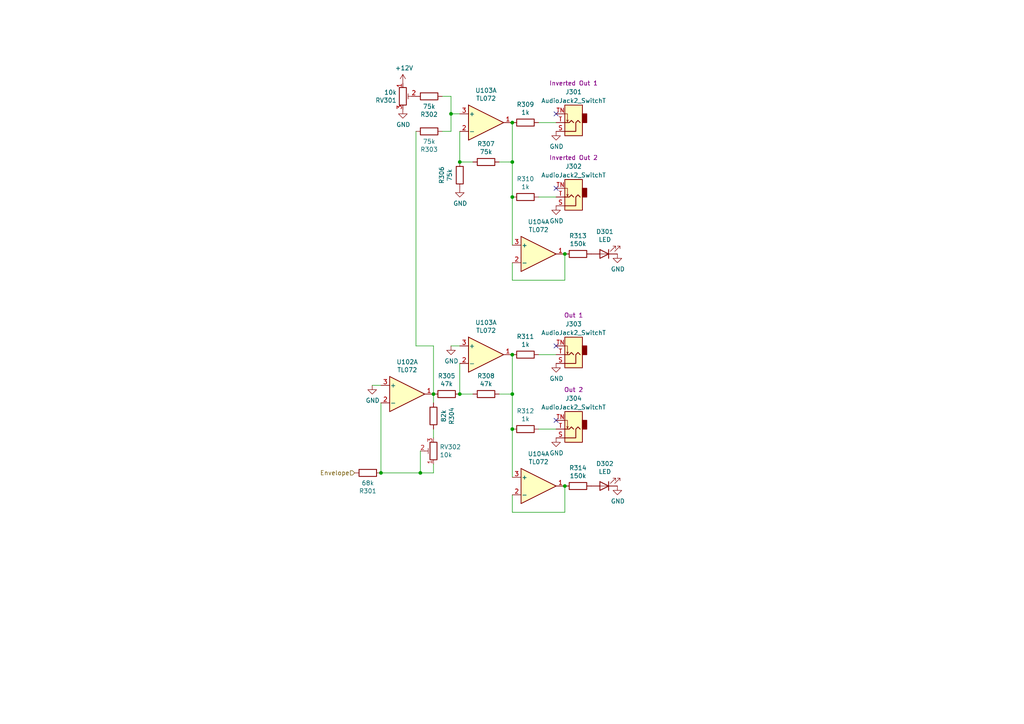
<source format=kicad_sch>
(kicad_sch (version 20211123) (generator eeschema)
  (paper "A4")
  (title_block (title "Envelope Generator Out") (date "2021-06-30") (rev "1.0"))
  (lib_symbols
    (symbol "Amplifier_Operational:TL072" (pin_names (offset 0.127))
      (property "Reference" "U" (at 0 5.08 0))
      (property "Value" "TL072" (at 0 -5.08 0))
      (symbol "TL072_1_1"
        (polyline (pts (xy -5.08 5.08) (xy 5.08 0) (xy -5.08 -5.08) (xy -5.08 5.08)) (stroke (width 0.254)) (fill (type background)))
        (pin output line (at 7.62 0 180) (length 2.54) (name "~") (number "1"))
        (pin input line (at -7.62 -2.54 0) (length 2.54) (name "-") (number "2"))
        (pin input line (at -7.62 2.54 0) (length 2.54) (name "+") (number "3"))
      )
      (symbol "TL072_2_1"
        (polyline (pts (xy -5.08 5.08) (xy 5.08 0) (xy -5.08 -5.08) (xy -5.08 5.08)) (stroke (width 0.254)) (fill (type background)))
        (pin input line (at -7.62 2.54 0) (length 2.54) (name "+") (number "5"))
        (pin input line (at -7.62 -2.54 0) (length 2.54) (name "-") (number "6"))
        (pin output line (at 7.62 0 180) (length 2.54) (name "~") (number "7"))
      )
      (symbol "TL072_3_1"
        (pin power_in line (at -2.54 -7.62 90) (length 3.81) (name "V-") (number "4"))
        (pin power_in line (at -2.54 7.62 270) (length 3.81) (name "V+") (number "8"))
      )
    )
    (symbol "Connector:AudioJack2_SwitchT"
      (property "Reference" "J" (at 0 8.89 0))
      (property "Value" "AudioJack2_SwitchT" (at 0 6.35 0))
      (symbol "AudioJack2_SwitchT_0_1"
        (rectangle (start -2.54 0) (end -3.81 -2.54) (stroke (width 0.254)) (fill (type outline)))
        (polyline (pts (xy 1.778 -0.254) (xy 2.032 -0.762)))
        (polyline (pts (xy 0 0) (xy 0.635 -0.635) (xy 1.27 0) (xy 2.54 0)) (stroke (width 0.254)))
        (polyline (pts (xy 2.54 -2.54) (xy 1.778 -2.54) (xy 1.778 -0.254) (xy 1.524 -0.762)))
        (polyline (pts (xy 2.54 2.54) (xy -0.635 2.54) (xy -0.635 0) (xy -1.27 -0.635) (xy -1.905 0)) (stroke (width 0.254)))
        (rectangle (start 2.54 3.81) (end -2.54 -5.08) (stroke (width 0.254)) (fill (type background)))
      )
      (symbol "AudioJack2_SwitchT_1_1"
        (pin passive line (at 5.08 2.54 180) (length 2.54) (name "~") (number "S"))
        (pin passive line (at 5.08 0 180) (length 2.54) (name "~") (number "T"))
        (pin passive line (at 5.08 -2.54 180) (length 2.54) (name "~") (number "TN"))
      )
    )
    (symbol "Device:LED" (pin_numbers hide) (pin_names (offset 1.016) hide)
      (property "Reference" "D" (at 0 2.54 0))
      (property "Value" "LED" (at 0 -2.54 0))
      (symbol "LED_0_1"
        (polyline (pts (xy -1.27 -1.27) (xy -1.27 1.27)) (stroke (width 0.254)))
        (polyline (pts (xy -1.27 0) (xy 1.27 0)))
        (polyline (pts (xy 1.27 -1.27) (xy 1.27 1.27) (xy -1.27 0) (xy 1.27 -1.27)) (stroke (width 0.254)))
        (polyline (pts (xy -3.048 -0.762) (xy -4.572 -2.286) (xy -3.81 -2.286) (xy -4.572 -2.286) (xy -4.572 -1.524)))
        (polyline (pts (xy -1.778 -0.762) (xy -3.302 -2.286) (xy -2.54 -2.286) (xy -3.302 -2.286) (xy -3.302 -1.524)))
      )
      (symbol "LED_1_1"
        (pin passive line (at -3.81 0 0) (length 2.54) (name "K") (number "1"))
        (pin passive line (at 3.81 0 180) (length 2.54) (name "A") (number "2"))
      )
    )
    (symbol "Device:R" (pin_numbers hide) (pin_names (offset 0))
      (property "Reference" "R" (at 2.032 0 90))
      (property "Value" "R" (at 0 0 90))
      (symbol "R_0_1"
        (rectangle (start -1.016 -2.54) (end 1.016 2.54) (stroke (width 0.254)))
      )
      (symbol "R_1_1"
        (pin passive line (at 0 3.81 270) (length 1.27) (name "~") (number "1"))
        (pin passive line (at 0 -3.81 90) (length 1.27) (name "~") (number "2"))
      )
    )
    (symbol "Device:R_Potentiometer_Trim" (pin_names (offset 1.016) hide)
      (property "Reference" "RV" (at -4.445 0 90))
      (property "Value" "R_Potentiometer_Trim" (at -2.54 0 90))
      (symbol "R_Potentiometer_Trim_0_1"
        (polyline (pts (xy 1.524 0.762) (xy 1.524 -0.762)))
        (polyline (pts (xy 2.54 0) (xy 1.524 0)))
        (rectangle (start 1.016 2.54) (end -1.016 -2.54) (stroke (width 0.254)))
      )
      (symbol "R_Potentiometer_Trim_1_1"
        (pin passive line (at 0 3.81 270) (length 1.27) (name "1") (number "1"))
        (pin passive line (at 3.81 0 180) (length 1.27) (name "2") (number "2"))
        (pin passive line (at 0 -3.81 90) (length 1.27) (name "3") (number "3"))
      )
    )
    (symbol "power:+12V" (power) (pin_names (offset 0))
      (property "Value" "+12V" (at 0 3.556 0))
      (symbol "+12V_0_1"
        (polyline (pts (xy -0.762 1.27) (xy 0 2.54)))
        (polyline (pts (xy 0 0) (xy 0 2.54)))
        (polyline (pts (xy 0 2.54) (xy 0.762 1.27)))
      )
      (symbol "+12V_1_1"
        (pin power_in line (at 0 0 90) (length 0) hide (name "+12V") (number "1"))
      )
    )
    (symbol "power:GND" (power) (pin_names (offset 0))
      (property "Value" "GND" (at 0 -3.81 0))
      (symbol "GND_0_1"
        (polyline (pts (xy 0 0) (xy 0 -1.27) (xy 1.27 -1.27) (xy 0 -2.54) (xy -1.27 -1.27) (xy 0 -1.27)))
      )
      (symbol "GND_1_1"
        (pin power_in line (at 0 0 270) (length 0) hide (name "GND") (number "1"))
      )
    )
  )
  (junction (at 121.92 137.16))
  (junction (at 133.35 114.3))
  (junction (at 148.59 46.99))
  (junction (at 148.59 57.15))
  (junction (at 163.83 73.66))
  (junction (at 133.35 46.99))
  (junction (at 148.59 124.46))
  (junction (at 125.73 114.3))
  (junction (at 148.59 35.56))
  (junction (at 130.81 33.02))
  (junction (at 148.59 102.87))
  (junction (at 148.59 114.3))
  (junction (at 110.49 137.16))
  (junction (at 163.83 140.97))
  (no_connect (at 161.29 33.02))
  (no_connect (at 161.29 54.61))
  (no_connect (at 161.29 100.33))
  (no_connect (at 161.29 121.92))
  (wire (pts (xy 148.59 124.46) (xy 148.59 138.43)))
  (wire (pts (xy 133.35 114.3) (xy 137.16 114.3)))
  (wire (pts (xy 163.83 81.28) (xy 163.83 73.66)))
  (wire (pts (xy 144.78 46.99) (xy 148.59 46.99)))
  (wire (pts (xy 133.35 100.33) (xy 130.81 100.33)))
  (wire (pts (xy 130.81 33.02) (xy 133.35 33.02)))
  (wire (pts (xy 125.73 127) (xy 125.73 124.46)))
  (wire (pts (xy 156.21 57.15) (xy 161.29 57.15)))
  (wire (pts (xy 148.59 114.3) (xy 148.59 102.87)))
  (wire (pts (xy 121.92 137.16) (xy 125.73 137.16)))
  (wire (pts (xy 120.65 38.1) (xy 120.65 100.33)))
  (wire (pts (xy 120.65 100.33) (xy 125.73 100.33)))
  (wire (pts (xy 121.92 130.81) (xy 121.92 137.16)))
  (wire (pts (xy 148.59 57.15) (xy 148.59 71.12)))
  (wire (pts (xy 144.78 114.3) (xy 148.59 114.3)))
  (wire (pts (xy 128.27 27.94) (xy 130.81 27.94)))
  (wire (pts (xy 148.59 76.2) (xy 148.59 81.28)))
  (wire (pts (xy 133.35 46.99) (xy 137.16 46.99)))
  (wire (pts (xy 130.81 33.02) (xy 130.81 38.1)))
  (wire (pts (xy 148.59 148.59) (xy 163.83 148.59)))
  (wire (pts (xy 148.59 81.28) (xy 163.83 81.28)))
  (wire (pts (xy 156.21 124.46) (xy 161.29 124.46)))
  (wire (pts (xy 148.59 143.51) (xy 148.59 148.59)))
  (wire (pts (xy 130.81 27.94) (xy 130.81 33.02)))
  (wire (pts (xy 156.21 35.56) (xy 161.29 35.56)))
  (wire (pts (xy 133.35 38.1) (xy 133.35 46.99)))
  (wire (pts (xy 156.21 102.87) (xy 161.29 102.87)))
  (wire (pts (xy 148.59 114.3) (xy 148.59 124.46)))
  (wire (pts (xy 148.59 35.56) (xy 148.59 46.99)))
  (wire (pts (xy 130.81 38.1) (xy 128.27 38.1)))
  (wire (pts (xy 110.49 137.16) (xy 121.92 137.16)))
  (wire (pts (xy 110.49 111.76) (xy 107.95 111.76)))
  (wire (pts (xy 133.35 105.41) (xy 133.35 114.3)))
  (wire (pts (xy 163.83 148.59) (xy 163.83 140.97)))
  (wire (pts (xy 110.49 116.84) (xy 110.49 137.16)))
  (wire (pts (xy 125.73 100.33) (xy 125.73 114.3)))
  (wire (pts (xy 125.73 137.16) (xy 125.73 134.62)))
  (wire (pts (xy 148.59 46.99) (xy 148.59 57.15)))
  (wire (pts (xy 125.73 116.84) (xy 125.73 114.3)))
  (hierarchical_label "Envelope" (shape input) (at 102.87 137.16 180))
  (symbol (lib_id "Connector:AudioJack2_SwitchT") (at 166.37 102.87 180)
    (property "Reference" "J303" (at 166.37 93.98 0))
    (property "Value" "AudioJack2_SwitchT" (at 166.37 96.52 0))
    (property "Footprint" "Connector_Audio:Jack_3.5mm_QingPu_WQP-PJ398SM_Vertical_CircularHoles" (effects hide))
    (property "Description" "Out 1" (at 166.37 91.44 0))
  )
  (symbol (lib_id "power:GND") (at 161.29 105.41 0)
    (property "Reference" "#PWR0308" (effects hide))
    (property "Value" "GND" (at 161.417 109.8042 0))
  )
  (symbol (lib_id "Device:R") (at 106.68 137.16 90)
    (property "Reference" "R301" (at 106.68 142.4178 90))
    (property "Value" "68k" (at 106.68 140.1064 90))
    (property "Footprint" "Resistor_THT:R_Axial_DIN0207_L6.3mm_D2.5mm_P7.62mm_Horizontal" (effects hide))
  )
  (symbol (lib_id "Amplifier_Operational:TL072") (at 118.11 114.3 0)
    (property "Reference" "U102" (at 118.11 104.9782 0))
    (property "Value" "TL072" (at 118.11 107.2896 0))
    (property "Footprint" "Package_DIP:DIP-8_W7.62mm_Socket" (effects hide))
    (property "Datasheet" "http://www.ti.com/lit/ds/symlink/tl071.pdf" (effects hide))
  )
  (symbol (lib_id "Device:R") (at 125.73 120.65 180)
    (property "Reference" "R304" (at 130.9878 120.65 90))
    (property "Value" "82k" (at 128.6764 120.65 90))
    (property "Footprint" "Resistor_THT:R_Axial_DIN0207_L6.3mm_D2.5mm_P7.62mm_Horizontal" (effects hide))
  )
  (symbol (lib_id "power:GND") (at 107.95 111.76 0)
    (property "Reference" "#PWR0301" (effects hide))
    (property "Value" "GND" (at 108.077 116.1542 0))
  )
  (symbol (lib_id "Device:R_Potentiometer_Trim") (at 125.73 130.81 180)
    (property "Reference" "RV302" (at 127.508 129.6416 0) (effects (justify right)))
    (property "Value" "10k" (at 127.508 131.953 0) (effects (justify right)))
    (property "Footprint" "Potentiometer_THT:Potentiometer_Runtron_RM-065_Vertical" (effects hide))
  )
  (symbol (lib_id "Device:R") (at 140.97 114.3 270)
    (property "Reference" "R308" (at 140.97 109.0422 90))
    (property "Value" "47k" (at 140.97 111.3536 90))
    (property "Footprint" "Resistor_THT:R_Axial_DIN0207_L6.3mm_D2.5mm_P7.62mm_Horizontal" (effects hide))
  )
  (symbol (lib_id "power:GND") (at 130.81 100.33 0)
    (property "Reference" "#PWR0304" (effects hide))
    (property "Value" "GND" (at 130.937 104.7242 0))
  )
  (symbol (lib_id "Amplifier_Operational:TL072") (at 140.97 102.87 0)
    (property "Reference" "U103" (at 140.97 93.5482 0))
    (property "Value" "TL072" (at 140.97 95.8596 0))
    (property "Footprint" "Package_DIP:DIP-8_W7.62mm_Socket" (effects hide))
    (property "Datasheet" "http://www.ti.com/lit/ds/symlink/tl071.pdf" (effects hide))
  )
  (symbol (lib_id "Device:R") (at 129.54 114.3 270)
    (property "Reference" "R305" (at 129.54 109.0422 90))
    (property "Value" "47k" (at 129.54 111.3536 90))
    (property "Footprint" "Resistor_THT:R_Axial_DIN0207_L6.3mm_D2.5mm_P7.62mm_Horizontal" (effects hide))
  )
  (symbol (lib_id "Device:R") (at 152.4 102.87 270)
    (property "Reference" "R311" (at 152.4 97.6122 90))
    (property "Value" "1k" (at 152.4 99.9236 90))
    (property "Footprint" "Resistor_THT:R_Axial_DIN0207_L6.3mm_D2.5mm_P7.62mm_Horizontal" (effects hide))
  )
  (symbol (lib_id "Device:R") (at 152.4 124.46 270)
    (property "Reference" "R312" (at 152.4 119.2022 90))
    (property "Value" "1k" (at 152.4 121.5136 90))
    (property "Footprint" "Resistor_THT:R_Axial_DIN0207_L6.3mm_D2.5mm_P7.62mm_Horizontal" (effects hide))
  )
  (symbol (lib_id "Amplifier_Operational:TL072") (at 156.21 140.97 0)
    (property "Reference" "U104" (at 156.21 131.6482 0))
    (property "Value" "TL072" (at 156.21 133.9596 0))
    (property "Footprint" "Package_DIP:DIP-8_W7.62mm_Socket" (effects hide))
    (property "Datasheet" "http://www.ti.com/lit/ds/symlink/tl071.pdf" (effects hide))
  )
  (symbol (lib_id "Connector:AudioJack2_SwitchT") (at 166.37 124.46 180)
    (property "Reference" "J304" (at 166.37 115.57 0))
    (property "Value" "AudioJack2_SwitchT" (at 166.37 118.11 0))
    (property "Footprint" "Connector_Audio:Jack_3.5mm_QingPu_WQP-PJ398SM_Vertical_CircularHoles" (effects hide))
    (property "Description" "Out 2" (at 166.37 113.03 0))
  )
  (symbol (lib_id "power:GND") (at 161.29 127 0)
    (property "Reference" "#PWR0309" (effects hide))
    (property "Value" "GND" (at 161.417 131.3942 0))
  )
  (symbol (lib_id "Device:R") (at 167.64 140.97 270)
    (property "Reference" "R314" (at 167.64 135.7122 90))
    (property "Value" "150k" (at 167.64 138.0236 90))
    (property "Footprint" "Resistor_THT:R_Axial_DIN0207_L6.3mm_D2.5mm_P7.62mm_Horizontal" (effects hide))
  )
  (symbol (lib_id "Device:LED") (at 175.26 140.97 180)
    (property "Reference" "D302" (at 175.4378 134.493 0))
    (property "Value" "LED" (at 175.4378 136.8044 0))
    (property "Footprint" "LED_THT:LED_D5.0mm" (effects hide))
  )
  (symbol (lib_id "power:GND") (at 179.07 140.97 0)
    (property "Reference" "#PWR0311" (effects hide))
    (property "Value" "GND" (at 179.197 145.3642 0))
  )
  (symbol (lib_id "Device:R_Potentiometer_Trim") (at 116.84 27.94 0)
    (property "Reference" "RV301" (at 115.062 29.1084 0) (effects (justify right)))
    (property "Value" "10k" (at 115.062 26.797 0) (effects (justify right)))
    (property "Footprint" "Potentiometer_THT:Potentiometer_Runtron_RM-065_Vertical" (effects hide))
  )
  (symbol (lib_id "power:+12V") (at 116.84 24.13 0)
    (property "Reference" "#PWR0302" (effects hide))
    (property "Value" "+12V" (at 117.221 19.7358 0))
  )
  (symbol (lib_id "power:GND") (at 116.84 31.75 0)
    (property "Reference" "#PWR0303" (effects hide))
    (property "Value" "GND" (at 116.967 36.1442 0))
  )
  (symbol (lib_id "Device:R") (at 124.46 27.94 90)
    (property "Reference" "R302" (at 124.46 33.1978 90))
    (property "Value" "75k" (at 124.46 30.8864 90))
    (property "Footprint" "Resistor_THT:R_Axial_DIN0207_L6.3mm_D2.5mm_P7.62mm_Horizontal" (effects hide))
  )
  (symbol (lib_id "Device:R") (at 124.46 38.1 90)
    (property "Reference" "R303" (at 124.46 43.3578 90))
    (property "Value" "75k" (at 124.46 41.0464 90))
    (property "Footprint" "Resistor_THT:R_Axial_DIN0207_L6.3mm_D2.5mm_P7.62mm_Horizontal" (effects hide))
  )
  (symbol (lib_id "Amplifier_Operational:TL072") (at 140.97 35.56 0)
    (property "Reference" "U103" (at 140.97 26.2382 0))
    (property "Value" "TL072" (at 140.97 28.5496 0))
    (property "Footprint" "Package_DIP:DIP-8_W7.62mm_Socket" (effects hide))
    (property "Datasheet" "http://www.ti.com/lit/ds/symlink/tl071.pdf" (effects hide))
  )
  (symbol (lib_id "Device:R") (at 140.97 46.99 270)
    (property "Reference" "R307" (at 140.97 41.7322 90))
    (property "Value" "75k" (at 140.97 44.0436 90))
    (property "Footprint" "Resistor_THT:R_Axial_DIN0207_L6.3mm_D2.5mm_P7.62mm_Horizontal" (effects hide))
  )
  (symbol (lib_id "Device:R") (at 133.35 50.8 0)
    (property "Reference" "R306" (at 128.0922 50.8 90))
    (property "Value" "75k" (at 130.4036 50.8 90))
    (property "Footprint" "Resistor_THT:R_Axial_DIN0207_L6.3mm_D2.5mm_P7.62mm_Horizontal" (effects hide))
  )
  (symbol (lib_id "power:GND") (at 133.35 54.61 0)
    (property "Reference" "#PWR0305" (effects hide))
    (property "Value" "GND" (at 133.477 59.0042 0))
  )
  (symbol (lib_id "Connector:AudioJack2_SwitchT") (at 166.37 35.56 180)
    (property "Reference" "J301" (at 166.37 26.67 0))
    (property "Value" "AudioJack2_SwitchT" (at 166.37 29.21 0))
    (property "Footprint" "Connector_Audio:Jack_3.5mm_QingPu_WQP-PJ398SM_Vertical_CircularHoles" (effects hide))
    (property "Description" "Inverted Out 1" (at 166.37 24.13 0))
  )
  (symbol (lib_id "power:GND") (at 161.29 38.1 0)
    (property "Reference" "#PWR0306" (effects hide))
    (property "Value" "GND" (at 161.417 42.4942 0))
  )
  (symbol (lib_id "Device:R") (at 152.4 35.56 270)
    (property "Reference" "R309" (at 152.4 30.3022 90))
    (property "Value" "1k" (at 152.4 32.6136 90))
    (property "Footprint" "Resistor_THT:R_Axial_DIN0207_L6.3mm_D2.5mm_P7.62mm_Horizontal" (effects hide))
  )
  (symbol (lib_id "Device:R") (at 152.4 57.15 270)
    (property "Reference" "R310" (at 152.4 51.8922 90))
    (property "Value" "1k" (at 152.4 54.2036 90))
    (property "Footprint" "Resistor_THT:R_Axial_DIN0207_L6.3mm_D2.5mm_P7.62mm_Horizontal" (effects hide))
  )
  (symbol (lib_id "Connector:AudioJack2_SwitchT") (at 166.37 57.15 180)
    (property "Reference" "J302" (at 166.37 48.26 0))
    (property "Value" "AudioJack2_SwitchT" (at 166.37 50.8 0))
    (property "Footprint" "Connector_Audio:Jack_3.5mm_QingPu_WQP-PJ398SM_Vertical_CircularHoles" (effects hide))
    (property "Description" "Inverted Out 2" (at 166.37 45.72 0))
  )
  (symbol (lib_id "power:GND") (at 161.29 59.69 0)
    (property "Reference" "#PWR0307" (effects hide))
    (property "Value" "GND" (at 161.417 64.0842 0))
  )
  (symbol (lib_id "Amplifier_Operational:TL072") (at 156.21 73.66 0)
    (property "Reference" "U104" (at 156.21 64.3382 0))
    (property "Value" "TL072" (at 156.21 66.6496 0))
    (property "Footprint" "Package_DIP:DIP-8_W7.62mm_Socket" (effects hide))
    (property "Datasheet" "http://www.ti.com/lit/ds/symlink/tl071.pdf" (effects hide))
  )
  (symbol (lib_id "Device:R") (at 167.64 73.66 270)
    (property "Reference" "R313" (at 167.64 68.4022 90))
    (property "Value" "150k" (at 167.64 70.7136 90))
    (property "Footprint" "Resistor_THT:R_Axial_DIN0207_L6.3mm_D2.5mm_P7.62mm_Horizontal" (effects hide))
  )
  (symbol (lib_id "Device:LED") (at 175.26 73.66 180)
    (property "Reference" "D301" (at 175.4378 67.183 0))
    (property "Value" "LED" (at 175.4378 69.4944 0))
    (property "Footprint" "LED_THT:LED_D5.0mm" (effects hide))
  )
  (symbol (lib_id "power:GND") (at 179.07 73.66 0)
    (property "Reference" "#PWR0310" (effects hide))
    (property "Value" "GND" (at 179.197 78.0542 0))
  )
)
</source>
